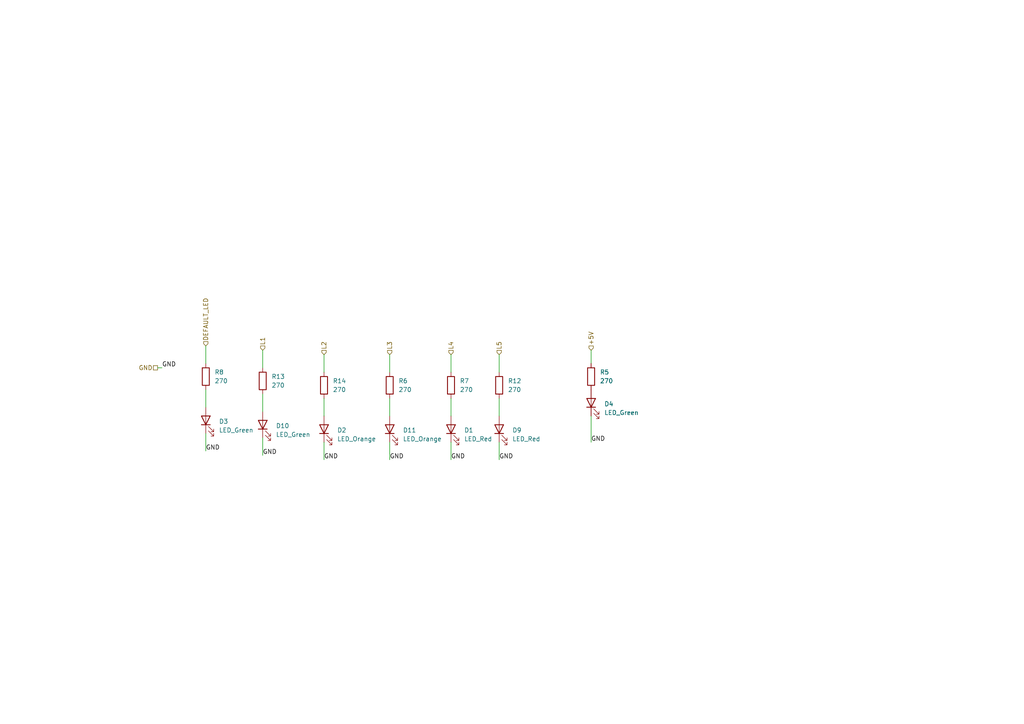
<source format=kicad_sch>
(kicad_sch (version 20231120) (generator "eeschema") (generator_version "8.0")
  (paper "A4")
  (title_block (title "LED interface") (date "2024-08-29") (rev "1.0") (company "Designed by CREPP-NLG"))
  (lib_symbols
    (symbol "CREPP_LED:LED_5mm_THT" (pin_numbers hide) (pin_names (offset 1.016) hide)
      (property "Reference" "D" (at 0 2.54 0))
      (property "Value" "LED_5mm_THT" (at 0 -2.54 0))
      (symbol "LED_5mm_THT_0_1"
        (polyline (pts (xy -1.27 -1.27) (xy -1.27 1.27)) (stroke (width 0.254)))
        (polyline (pts (xy -1.27 0) (xy 1.27 0)))
        (polyline (pts (xy 1.27 -1.27) (xy 1.27 1.27) (xy -1.27 0) (xy 1.27 -1.27)) (stroke (width 0.254)))
        (polyline (pts (xy -3.048 -0.762) (xy -4.572 -2.286) (xy -3.81 -2.286) (xy -4.572 -2.286) (xy -4.572 -1.524)))
        (polyline (pts (xy -1.778 -0.762) (xy -3.302 -2.286) (xy -2.54 -2.286) (xy -3.302 -2.286) (xy -3.302 -1.524)))
      )
      (symbol "LED_5mm_THT_1_1"
        (pin passive line (at -3.81 0 0) (length 2.54) (name "K") (number "1"))
        (pin passive line (at 3.81 0 180) (length 2.54) (name "A") (number "2"))
      )
    )
    (symbol "Device:R" (pin_numbers hide) (pin_names (offset 0))
      (property "Reference" "R" (at 2.032 0 90))
      (property "Value" "R" (at 0 0 90))
      (symbol "R_0_1"
        (rectangle (start -1.016 -2.54) (end 1.016 2.54) (stroke (width 0.254)))
      )
      (symbol "R_1_1"
        (pin passive line (at 0 3.81 270) (length 1.27) (name "~") (number "1"))
        (pin passive line (at 0 -3.81 90) (length 1.27) (name "~") (number "2"))
      )
    )
  )
  (wire (pts (xy 59.69 100.33) (xy 59.69 105.41)))
  (wire (pts (xy 113.03 115.57) (xy 113.03 120.65)))
  (wire (pts (xy 130.81 128.27) (xy 130.81 133.35)))
  (wire (pts (xy 113.03 102.87) (xy 113.03 107.95)))
  (wire (pts (xy 45.72 106.68) (xy 46.99 106.68)))
  (wire (pts (xy 144.78 102.87) (xy 144.78 107.95)))
  (wire (pts (xy 171.45 101.6) (xy 171.45 105.41)))
  (wire (pts (xy 144.78 115.57) (xy 144.78 120.65)))
  (wire (pts (xy 130.81 102.87) (xy 130.81 107.95)))
  (wire (pts (xy 113.03 128.27) (xy 113.03 133.35)))
  (wire (pts (xy 93.98 128.27) (xy 93.98 133.35)))
  (wire (pts (xy 59.69 125.73) (xy 59.69 130.81)))
  (wire (pts (xy 144.78 128.27) (xy 144.78 133.35)))
  (wire (pts (xy 76.2 127) (xy 76.2 132.08)))
  (wire (pts (xy 59.69 113.03) (xy 59.69 118.11)))
  (wire (pts (xy 76.2 114.3) (xy 76.2 119.38)))
  (wire (pts (xy 171.45 120.65) (xy 171.45 128.27)))
  (wire (pts (xy 76.2 101.6) (xy 76.2 106.68)))
  (wire (pts (xy 130.81 115.57) (xy 130.81 120.65)))
  (wire (pts (xy 93.98 102.87) (xy 93.98 107.95)))
  (wire (pts (xy 93.98 115.57) (xy 93.98 120.65)))
  (label "GND" (at 76.2 132.08 0))
  (label "GND" (at 144.78 133.35 0))
  (label "GND" (at 113.03 133.35 0))
  (label "GND" (at 59.69 130.81 0))
  (label "GND" (at 171.45 128.27 0))
  (label "GND" (at 46.99 106.68 0))
  (label "GND" (at 93.98 133.35 0))
  (label "GND" (at 130.81 133.35 0))
  (hierarchical_label "DEFAULT_LED" (shape input) (at 59.69 100.33 90))
  (hierarchical_label "L4" (shape input) (at 130.81 102.87 90))
  (hierarchical_label "GND" (shape passive) (at 45.72 106.68 180))
  (hierarchical_label "L1" (shape input) (at 76.2 101.6 90))
  (hierarchical_label "L2" (shape input) (at 93.98 102.87 90))
  (hierarchical_label "L3" (shape input) (at 113.03 102.87 90))
  (hierarchical_label "+5V" (shape input) (at 171.45 101.6 90))
  (hierarchical_label "L5" (shape input) (at 144.78 102.87 90))
  (symbol (lib_id "Device:R") (at 130.81 111.76 0) (unit 1)
    (property "Reference" "R7" (at 133.35 110.4899 0) (effects (justify left)))
    (property "Value" "270" (at 133.35 113.0299 0) (effects (justify left)))
    (property "Footprint" "Resistor_THT:R_Axial_DIN0207_L6.3mm_D2.5mm_P10.16mm_Horizontal" (effects (hide yes)))
    (property "Description" "Resistor" (effects (hide yes)))
  )
  (symbol (lib_id "Device:R") (at 93.98 111.76 0) (unit 1)
    (property "Reference" "R14" (at 96.52 110.4899 0) (effects (justify left)))
    (property "Value" "270" (at 96.52 113.0299 0) (effects (justify left)))
    (property "Footprint" "Resistor_THT:R_Axial_DIN0207_L6.3mm_D2.5mm_P10.16mm_Horizontal" (effects (hide yes)))
    (property "Description" "Resistor" (effects (hide yes)))
  )
  (symbol (lib_id "Device:R") (at 144.78 111.76 0) (unit 1)
    (property "Reference" "R12" (at 147.32 110.4899 0) (effects (justify left)))
    (property "Value" "270" (at 147.32 113.0299 0) (effects (justify left)))
    (property "Footprint" "Resistor_THT:R_Axial_DIN0207_L6.3mm_D2.5mm_P10.16mm_Horizontal" (effects (hide yes)))
    (property "Description" "Resistor" (effects (hide yes)))
  )
  (symbol (lib_id "CREPP_LED:LED_5mm_THT") (at 93.98 124.46 90) (unit 1)
    (property "Reference" "D2" (at 97.79 124.7774 90) (effects (justify right)))
    (property "Value" "LED_Orange" (at 97.79 127.3174 90) (effects (justify right)))
    (property "Footprint" "CREPP_LEDs:LED_D5.0mm_Orange" (effects (hide yes)))
    (property "Description" "Light emitting diode" (effects (hide yes)))
  )
  (symbol (lib_id "CREPP_LED:LED_5mm_THT") (at 76.2 123.19 90) (unit 1)
    (property "Reference" "D10" (at 80.01 123.5074 90) (effects (justify right)))
    (property "Value" "LED_Green" (at 80.01 126.0474 90) (effects (justify right)))
    (property "Footprint" "CREPP_LEDs:LED_D5.0mm_Green" (effects (hide yes)))
    (property "Description" "Light emitting diode" (effects (hide yes)))
  )
  (symbol (lib_id "CREPP_LED:LED_5mm_THT") (at 59.69 121.92 90) (unit 1)
    (property "Reference" "D3" (at 63.5 122.2374 90) (effects (justify right)))
    (property "Value" "LED_Green" (at 63.5 124.7774 90) (effects (justify right)))
    (property "Footprint" "CREPP_LEDs:LED_D5.0mm_Green" (effects (hide yes)))
    (property "Description" "Light emitting diode" (effects (hide yes)))
  )
  (symbol (lib_id "Device:R") (at 171.45 109.22 0) (unit 1)
    (property "Reference" "R5" (at 173.99 107.95 0) (effects (justify left)))
    (property "Value" "270" (at 173.99 110.49 0) (effects (justify left)))
    (property "Footprint" "Resistor_THT:R_Axial_DIN0207_L6.3mm_D2.5mm_P10.16mm_Horizontal" (effects (hide yes)))
  )
  (symbol (lib_id "Device:R") (at 59.69 109.22 0) (unit 1)
    (property "Reference" "R8" (at 62.23 107.9499 0) (effects (justify left)))
    (property "Value" "270" (at 62.23 110.4899 0) (effects (justify left)))
    (property "Footprint" "Resistor_THT:R_Axial_DIN0207_L6.3mm_D2.5mm_P10.16mm_Horizontal" (effects (hide yes)))
    (property "Description" "Resistor" (effects (hide yes)))
  )
  (symbol (lib_id "CREPP_LED:LED_5mm_THT") (at 113.03 124.46 90) (unit 1)
    (property "Reference" "D11" (at 116.84 124.7774 90) (effects (justify right)))
    (property "Value" "LED_Orange" (at 116.84 127.3174 90) (effects (justify right)))
    (property "Footprint" "CREPP_LEDs:LED_D5.0mm_Orange" (effects (hide yes)))
    (property "Description" "Light emitting diode" (effects (hide yes)))
  )
  (symbol (lib_id "CREPP_LED:LED_5mm_THT") (at 144.78 124.46 90) (unit 1)
    (property "Reference" "D9" (at 148.59 124.7774 90) (effects (justify right)))
    (property "Value" "LED_Red" (at 148.59 127.3174 90) (effects (justify right)))
    (property "Footprint" "CREPP_LEDs:LED_D5.0mm_Red" (effects (hide yes)))
    (property "Description" "Light emitting diode" (effects (hide yes)))
  )
  (symbol (lib_id "CREPP_LED:LED_5mm_THT") (at 171.45 116.84 90) (unit 1)
    (property "Reference" "D4" (at 175.26 117.1574 90) (effects (justify right)))
    (property "Value" "LED_Green" (at 175.26 119.6974 90) (effects (justify right)))
    (property "Footprint" "CREPP_LEDs:LED_D5.0mm_Green" (effects (hide yes)))
    (property "Description" "Light emitting diode" (effects (hide yes)))
  )
  (symbol (lib_id "CREPP_LED:LED_5mm_THT") (at 130.81 124.46 90) (unit 1)
    (property "Reference" "D1" (at 134.62 124.7774 90) (effects (justify right)))
    (property "Value" "LED_Red" (at 134.62 127.3174 90) (effects (justify right)))
    (property "Footprint" "CREPP_LEDs:LED_D5.0mm_Red" (effects (hide yes)))
    (property "Description" "Light emitting diode" (effects (hide yes)))
  )
  (symbol (lib_id "Device:R") (at 113.03 111.76 0) (unit 1)
    (property "Reference" "R6" (at 115.57 110.4899 0) (effects (justify left)))
    (property "Value" "270" (at 115.57 113.0299 0) (effects (justify left)))
    (property "Footprint" "Resistor_THT:R_Axial_DIN0207_L6.3mm_D2.5mm_P10.16mm_Horizontal" (effects (hide yes)))
    (property "Description" "Resistor" (effects (hide yes)))
  )
  (symbol (lib_id "Device:R") (at 76.2 110.49 0) (unit 1)
    (property "Reference" "R13" (at 78.74 109.2199 0) (effects (justify left)))
    (property "Value" "270" (at 78.74 111.7599 0) (effects (justify left)))
    (property "Footprint" "Resistor_THT:R_Axial_DIN0207_L6.3mm_D2.5mm_P10.16mm_Horizontal" (effects (hide yes)))
    (property "Description" "Resistor" (effects (hide yes)))
  )
)
</source>
